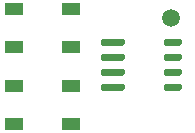
<source format=gbr>
%TF.GenerationSoftware,KiCad,Pcbnew,(5.1.6)-1*%
%TF.CreationDate,2020-07-03T21:52:39-04:00*%
%TF.ProjectId,SRF Pendant Daughterboards,53524620-5065-46e6-9461-6e7420446175,rev?*%
%TF.SameCoordinates,Original*%
%TF.FileFunction,Paste,Top*%
%TF.FilePolarity,Positive*%
%FSLAX46Y46*%
G04 Gerber Fmt 4.6, Leading zero omitted, Abs format (unit mm)*
G04 Created by KiCad (PCBNEW (5.1.6)-1) date 2020-07-03 21:52:39*
%MOMM*%
%LPD*%
G01*
G04 APERTURE LIST*
%ADD10C,1.500000*%
%ADD11R,1.500000X1.000000*%
G04 APERTURE END LIST*
D10*
%TO.C,REF\u002A\u002A*%
X158500000Y-94300000D03*
%TD*%
%TO.C,U2*%
G36*
G01*
X157887500Y-96557500D02*
X157887500Y-96232500D01*
G75*
G02*
X158050000Y-96070000I162500J0D01*
G01*
X159225000Y-96070000D01*
G75*
G02*
X159387500Y-96232500I0J-162500D01*
G01*
X159387500Y-96557500D01*
G75*
G02*
X159225000Y-96720000I-162500J0D01*
G01*
X158050000Y-96720000D01*
G75*
G02*
X157887500Y-96557500I0J162500D01*
G01*
G37*
G36*
G01*
X157887500Y-97827500D02*
X157887500Y-97502500D01*
G75*
G02*
X158050000Y-97340000I162500J0D01*
G01*
X159225000Y-97340000D01*
G75*
G02*
X159387500Y-97502500I0J-162500D01*
G01*
X159387500Y-97827500D01*
G75*
G02*
X159225000Y-97990000I-162500J0D01*
G01*
X158050000Y-97990000D01*
G75*
G02*
X157887500Y-97827500I0J162500D01*
G01*
G37*
G36*
G01*
X157887500Y-99097500D02*
X157887500Y-98772500D01*
G75*
G02*
X158050000Y-98610000I162500J0D01*
G01*
X159225000Y-98610000D01*
G75*
G02*
X159387500Y-98772500I0J-162500D01*
G01*
X159387500Y-99097500D01*
G75*
G02*
X159225000Y-99260000I-162500J0D01*
G01*
X158050000Y-99260000D01*
G75*
G02*
X157887500Y-99097500I0J162500D01*
G01*
G37*
G36*
G01*
X157887500Y-100367500D02*
X157887500Y-100042500D01*
G75*
G02*
X158050000Y-99880000I162500J0D01*
G01*
X159225000Y-99880000D01*
G75*
G02*
X159387500Y-100042500I0J-162500D01*
G01*
X159387500Y-100367500D01*
G75*
G02*
X159225000Y-100530000I-162500J0D01*
G01*
X158050000Y-100530000D01*
G75*
G02*
X157887500Y-100367500I0J162500D01*
G01*
G37*
G36*
G01*
X152575000Y-100367500D02*
X152575000Y-100042500D01*
G75*
G02*
X152737500Y-99880000I162500J0D01*
G01*
X154387500Y-99880000D01*
G75*
G02*
X154550000Y-100042500I0J-162500D01*
G01*
X154550000Y-100367500D01*
G75*
G02*
X154387500Y-100530000I-162500J0D01*
G01*
X152737500Y-100530000D01*
G75*
G02*
X152575000Y-100367500I0J162500D01*
G01*
G37*
G36*
G01*
X152575000Y-99097500D02*
X152575000Y-98772500D01*
G75*
G02*
X152737500Y-98610000I162500J0D01*
G01*
X154387500Y-98610000D01*
G75*
G02*
X154550000Y-98772500I0J-162500D01*
G01*
X154550000Y-99097500D01*
G75*
G02*
X154387500Y-99260000I-162500J0D01*
G01*
X152737500Y-99260000D01*
G75*
G02*
X152575000Y-99097500I0J162500D01*
G01*
G37*
G36*
G01*
X152575000Y-97827500D02*
X152575000Y-97502500D01*
G75*
G02*
X152737500Y-97340000I162500J0D01*
G01*
X154387500Y-97340000D01*
G75*
G02*
X154550000Y-97502500I0J-162500D01*
G01*
X154550000Y-97827500D01*
G75*
G02*
X154387500Y-97990000I-162500J0D01*
G01*
X152737500Y-97990000D01*
G75*
G02*
X152575000Y-97827500I0J162500D01*
G01*
G37*
G36*
G01*
X152575000Y-96557500D02*
X152575000Y-96232500D01*
G75*
G02*
X152737500Y-96070000I162500J0D01*
G01*
X154387500Y-96070000D01*
G75*
G02*
X154550000Y-96232500I0J-162500D01*
G01*
X154550000Y-96557500D01*
G75*
G02*
X154387500Y-96720000I-162500J0D01*
G01*
X152737500Y-96720000D01*
G75*
G02*
X152575000Y-96557500I0J162500D01*
G01*
G37*
%TD*%
D11*
%TO.C,D3*%
X150050000Y-103300000D03*
X150050000Y-100100000D03*
X145150000Y-103300000D03*
X145150000Y-100100000D03*
%TD*%
%TO.C,D3*%
X145150000Y-93600000D03*
X145150000Y-96800000D03*
X150050000Y-93600000D03*
X150050000Y-96800000D03*
%TD*%
M02*

</source>
